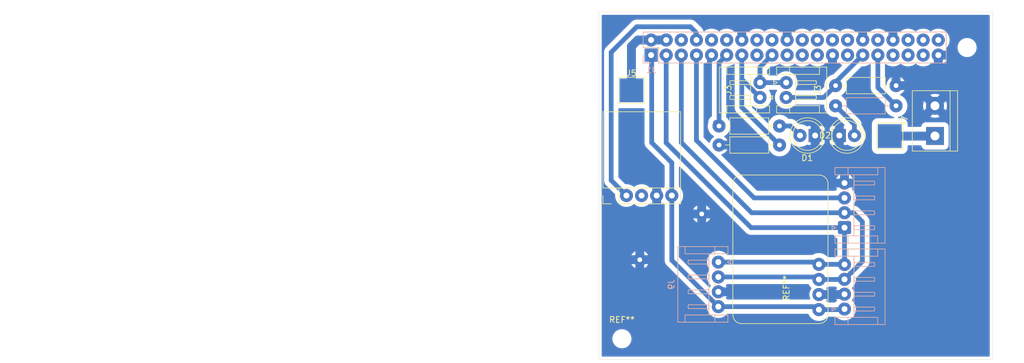
<source format=kicad_pcb>
(kicad_pcb (version 20240108) (generator "pcbnew") (generator_version "8.0")
  (layers (0 "F.Cu" signal) (31 "B.Cu" signal) (34 "B.Paste" user) (35 "F.Paste" user) (36 "B.SilkS" user "B.Silkscreen") (37 "F.SilkS" user "F.Silkscreen") (38 "B.Mask" user) (39 "F.Mask" user) (44 "Edge.Cuts" user))
  (net 0 "")
  (net 1 "GPIO13")
  (net 2 "Net-(D1-A)")
  (net 4 "Net-(D2-A)")
  (net 5 "+3.3V")
  (net 6 "TX")
  (net 7 "RX")
  (net 8 "GND")
  (net 11 "GPIO6")
  (net 15 "GPIO27")
  (net 18 "GPIO17")
  (net 19 "+5V")
  (net 21 "SDA")
  (net 26 "SCL")
  (net 31 "GPIO4")
  (net 33 "Net-(J5-Pin_1)")
  (net 34 "GPIO5")
  (footprint "Library_komsos:MountingHole_2.2mm_M2" (layer "F.Cu") (at 149.5 102)
    (property "Reference" "REF**" (at 0 -3.2 0) (layer "F.SilkS"))
    (property "Value" "MountingHole_2.2mm_M2")
    (pad "" np_thru_hole circle (at 0 0) (size 2.2 2.2) (drill 2.2) (layers "F&B.Cu" "*.Mask") (clearance 0.5))
  )
  (footprint "Library_komsos:JST_EH_S2B-EH_1x02_P2.50mm_Horizontal_kosmos" (layer "F.Cu") (at 172.7 61.4 90)
    (property "Reference" "J3" (at 1.25 -5.3025 90) (layer "F.SilkS"))
    (property "Value" "ILS 1")
    (fp_line (start 5.11 -6.81) (end 5.11 1.61) (stroke (width 0.12)) (layer "F.SilkS"))
    (fp_line (start -2.61 -6.81) (end 5.11 -6.81) (stroke (width 0.12)) (layer "F.SilkS"))
    (fp_line (start 5.11 -5.59) (end 3.89 -5.59) (stroke (width 0.12)) (layer "F.SilkS"))
    (fp_line (start 3.89 -5.59) (end 3.89 -0.59) (stroke (width 0.12)) (layer "F.SilkS"))
    (fp_line (start -1.39 -5.59) (end -1.39 -0.59) (stroke (width 0.12)) (layer "F.SilkS"))
    (fp_line (start -2.61 -5.59) (end -1.39 -5.59) (stroke (width 0.12)) (layer "F.SilkS"))
    (fp_line (start 2.5 -5.09) (end 2.82 -5.01) (stroke (width 0.12)) (layer "F.SilkS"))
    (fp_line (start 0 -5.09) (end 0.32 -5.01) (stroke (width 0.12)) (layer "F.SilkS"))
    (fp_line (start 2.82 -5.01) (end 2.82 -1.59) (stroke (width 0.12)) (layer "F.SilkS"))
    (fp_line (start 2.18 -5.01) (end 2.5 -5.09) (stroke (width 0.12)) (layer "F.SilkS"))
    (fp_line (start 0.32 -5.01) (end 0.32 -1.59) (stroke (width 0.12)) (layer "F.SilkS"))
    (fp_line (start -0.32 -5.01) (end 0 -5.09) (stroke (width 0.12)) (layer "F.SilkS"))
    (fp_line (start 2.82 -1.59) (end 2.5 -1.59) (stroke (width 0.12)) (layer "F.SilkS"))
    (fp_line (start 2.5 -1.59) (end 2.18 -1.59) (stroke (width 0.12)) (layer "F.SilkS"))
    (fp_line (start 2.18 -1.59) (end 2.18 -5.01) (stroke (width 0.12)) (layer "F.SilkS"))
    (fp_line (start 0.32 -1.59) (end 0 -1.59) (stroke (width 0.12)) (layer "F.SilkS"))
    (fp_line (start 0 -1.59) (end -0.32 -1.59) (stroke (width 0.12)) (layer "F.SilkS"))
    (fp_line (start -0.32 -1.59) (end -0.32 -5.01) (stroke (width 0.12)) (layer "F.SilkS"))
    (fp_line (start -1.39 -1.59) (end 3.89 -1.59) (stroke (width 0.12)) (layer "F.SilkS"))
    (fp_line (start 3.89 -0.59) (end 5.11 -0.59) (stroke (width 0.12)) (layer "F.SilkS"))
    (fp_line (start 1.17 -0.59) (end 1.33 -0.59) (stroke (width 0.12)) (layer "F.SilkS"))
    (fp_line (start -1.39 -0.59) (end -2.61 -0.59) (stroke (width 0.12)) (layer "F.SilkS"))
    (fp_line (start -1.39 -0.59) (end -1.39 1.61) (stroke (width 0.12)) (layer "F.SilkS"))
    (fp_line (start 0 1.5) (end -0.3 2.1) (stroke (width 0.12)) (layer "F.SilkS"))
    (fp_line (start 5.11 1.61) (end 3.89 1.61) (stroke (width 0.12)) (layer "F.SilkS"))
    (fp_line (start 3.89 1.61) (end 3.89 -0.59) (stroke (width 0.12)) (layer "F.SilkS"))
    (fp_line (start -1.39 1.61) (end -2.61 1.61) (stroke (width 0.12)) (layer "F.SilkS"))
    (fp_line (start -2.61 1.61) (end -2.61 -6.81) (stroke (width 0.12)) (layer "F.SilkS"))
    (fp_line (start 0.3 2.1) (end 0 1.5) (stroke (width 0.12)) (layer "F.SilkS"))
    (fp_line (start -0.3 2.1) (end 0.3 2.1) (stroke (width 0.12)) (layer "F.SilkS"))
    (pad "1" thru_hole circle (at 0 0 90) (size 2.2 2.2) (drill 1) (layers "*.Cu" "*.Mask") (net 15 "GPIO27"))
    (pad "2" thru_hole oval (at 2.5 0 90) (size 2.2 2.2) (drill 1) (layers "*.Cu" "*.Mask") (net 5 "+3.3V"))
  )
  (footprint "Library_komsos:TestPoint_Pad_4.0x4.0mm_KOSMOS" (layer "F.Cu") (at 151.1 60.2)
    (property "Reference" "J5" (at 0 -2.898 0) (layer "F.SilkS"))
    (property "Value" "Conn_01x01_Socket_Solder_Pad" (hide yes))
    (fp_line (start -2.2 -2.2) (end 2.2 -2.2) (stroke (width 0.12)) (layer "F.SilkS"))
    (fp_line (start -2.2 2.2) (end -2.2 -2.2) (stroke (width 0.12)) (layer "F.SilkS"))
    (fp_line (start 2.2 -2.2) (end 2.2 2.2) (stroke (width 0.12)) (layer "F.SilkS"))
    (fp_line (start 2.2 2.2) (end -2.2 2.2) (stroke (width 0.12)) (layer "F.SilkS"))
    (pad "1" smd rect (at 0 0) (size 4 4) (layers "B.Cu" "B.Mask") (net 33 "Net-(J5-Pin_1)") (clearance 1))
  )
  (footprint "Library_komsos:JST_EH_S2B-EH_1x02_P2.50mm_Horizontal_kosmos" (layer "F.Cu") (at 177.1 58.9 -90)
    (property "Reference" "J3" (at 1.25 -5.3025 90) (layer "F.SilkS"))
    (property "Value" "ILS 1")
    (fp_line (start -0.3 2.1) (end 0.3 2.1) (stroke (width 0.12)) (layer "F.SilkS"))
    (fp_line (start 0.3 2.1) (end 0 1.5) (stroke (width 0.12)) (layer "F.SilkS"))
    (fp_line (start -2.61 1.61) (end -2.61 -6.81) (stroke (width 0.12)) (layer "F.SilkS"))
    (fp_line (start -1.39 1.61) (end -2.61 1.61) (stroke (width 0.12)) (layer "F.SilkS"))
    (fp_line (start 3.89 1.61) (end 3.89 -0.59) (stroke (width 0.12)) (layer "F.SilkS"))
    (fp_line (start 5.11 1.61) (end 3.89 1.61) (stroke (width 0.12)) (layer "F.SilkS"))
    (fp_line (start 0 1.5) (end -0.3 2.1) (stroke (width 0.12)) (layer "F.SilkS"))
    (fp_line (start -1.39 -0.59) (end -1.39 1.61) (stroke (width 0.12)) (layer "F.SilkS"))
    (fp_line (start -1.39 -0.59) (end -2.61 -0.59) (stroke (width 0.12)) (layer "F.SilkS"))
    (fp_line (start 1.17 -0.59) (end 1.33 -0.59) (stroke (width 0.12)) (layer "F.SilkS"))
    (fp_line (start 3.89 -0.59) (end 5.11 -0.59) (stroke (width 0.12)) (layer "F.SilkS"))
    (fp_line (start -1.39 -1.59) (end 3.89 -1.59) (stroke (width 0.12)) (layer "F.SilkS"))
    (fp_line (start -0.32 -1.59) (end -0.32 -5.01) (stroke (width 0.12)) (layer "F.SilkS"))
    (fp_line (start 0 -1.59) (end -0.32 -1.59) (stroke (width 0.12)) (layer "F.SilkS"))
    (fp_line (start 0.32 -1.59) (end 0 -1.59) (stroke (width 0.12)) (layer "F.SilkS"))
    (fp_line (start 2.18 -1.59) (end 2.18 -5.01) (stroke (width 0.12)) (layer "F.SilkS"))
    (fp_line (start 2.5 -1.59) (end 2.18 -1.59) (stroke (width 0.12)) (layer "F.SilkS"))
    (fp_line (start 2.82 -1.59) (end 2.5 -1.59) (stroke (width 0.12)) (layer "F.SilkS"))
    (fp_line (start -0.32 -5.01) (end 0 -5.09) (stroke (width 0.12)) (layer "F.SilkS"))
    (fp_line (start 0.32 -5.01) (end 0.32 -1.59) (stroke (width 0.12)) (layer "F.SilkS"))
    (fp_line (start 2.18 -5.01) (end 2.5 -5.09) (stroke (width 0.12)) (layer "F.SilkS"))
    (fp_line (start 2.82 -5.01) (end 2.82 -1.59) (stroke (width 0.12)) (layer "F.SilkS"))
    (fp_line (start 0 -5.09) (end 0.32 -5.01) (stroke (width 0.12)) (layer "F.SilkS"))
    (fp_line (start 2.5 -5.09) (end 2.82 -5.01) (stroke (width 0.12)) (layer "F.SilkS"))
    (fp_line (start -2.61 -5.59) (end -1.39 -5.59) (stroke (width 0.12)) (layer "F.SilkS"))
    (fp_line (start -1.39 -5.59) (end -1.39 -0.59) (stroke (width 0.12)) (layer "F.SilkS"))
    (fp_line (start 3.89 -5.59) (end 3.89 -0.59) (stroke (width 0.12)) (layer "F.SilkS"))
    (fp_line (start 5.11 -5.59) (end 3.89 -5.59) (stroke (width 0.12)) (layer "F.SilkS"))
    (fp_line (start -2.61 -6.81) (end 5.11 -6.81) (stroke (width 0.12)) (layer "F.SilkS"))
    (fp_line (start 5.11 -6.81) (end 5.11 1.61) (stroke (width 0.12)) (layer "F.SilkS"))
    (pad "1" thru_hole circle (at 0 0 270) (size 2.2 2.2) (drill 1) (layers "*.Cu" "*.Mask") (net 5 "+3.3V"))
    (pad "2" thru_hole oval (at 2.5 0 270) (size 2.2 2.2) (drill 1) (layers "*.Cu" "*.Mask") (net 34 "GPIO5"))
  )
  (footprint "" (layer "F.Cu") (at 152.5 88.7)
    (property "Reference" "" (at 0 0 0) (layer "F.SilkS") (effects (font (size 1.27 1.27))))
    (property "Value" "")
    (pad "2" thru_hole oval (at 0 0 180) (size 2.2 2.2) (drill 0.8) (layers "*.Cu" "*.Mask") (net 8 "GND"))
  )
  (footprint "Library_komsos:TerminalBlock_bornier-2_P5.08mm_v3mm" (layer "F.Cu") (at 202.1 67.88 90)
    (property "Reference" "J7" (at 2.54 -5.08 90) (layer "F.SilkS"))
    (property "Value" "Alim_Principale")
    (fp_line (start 7.62 -3.81) (end -2.54 -3.81) (stroke (width 0.12)) (layer "F.SilkS"))
    (fp_line (start -2.54 -3.81) (end -2.54 3.81) (stroke (width 0.12)) (layer "F.SilkS"))
    (fp_line (start 7.62 2.54) (end -2.54 2.54) (stroke (width 0.12)) (layer "F.SilkS"))
    (fp_line (start 7.62 3.81) (end 7.62 -3.81) (stroke (width 0.12)) (layer "F.SilkS"))
    (fp_line (start -2.54 3.81) (end 7.62 3.81) (stroke (width 0.12)) (layer "F.SilkS"))
    (pad "1" thru_hole rect (at 0 0 90) (size 3 3) (drill 1.5) (layers "*.Cu" "*.Mask") (net 19 "+5V"))
    (pad "2" thru_hole circle (at 5.08 0 90) (size 3 3) (drill 1.5) (layers "*.Cu" "*.Mask") (net 8 "GND"))
  )
  (footprint "Library_komsos:GPS_BDS_BeiDou_Dual_Module_v2.2mm" (layer "F.Cu") (at 147.72 77.9 90)
    (property "Reference" "IC1" (hide yes))
    (property "Value" "Module_GPS")
    (fp_line (start 14.1 -1.4) (end 1.27 -1.4) (stroke (width 0.12)) (layer "F.SilkS"))
    (fp_line (start 1.27 -1.4) (end 1.27 1.27) (stroke (width 0.12)) (layer "F.SilkS"))
    (fp_line (start 0 -1.4) (end -1.4 -1.4) (stroke (width 0.12)) (layer "F.SilkS"))
    (fp_line (start -1.4 -1.4) (end -1.4 0) (stroke (width 0.12)) (layer "F.SilkS"))
    (fp_line (start 1.27 1.27) (end -1.4 1.27) (stroke (width 0.12)) (layer "F.SilkS"))
    (fp_line (start 1.27 1.27) (end 1.27 11.63) (stroke (width 0.12)) (layer "F.SilkS"))
    (fp_line (start -1.4 1.27) (end -1.4 11.63) (stroke (width 0.12)) (layer "F.SilkS"))
    (fp_line (start 14.1 11.63) (end 14.1 -1.4) (stroke (width 0.12)) (layer "F.SilkS"))
    (fp_line (start -1.4 11.63) (end 14.1 11.63) (stroke (width 0.12)) (layer "F.SilkS"))
    (pad "2" thru_hole oval (at 0 2.54 90) (size 2.2 2.2) (drill 1) (layers "*.Cu" "*.Mask") (net 6 "TX"))
    (pad "3" thru_hole oval (at 0 5.08 90) (size 2.2 2.2) (drill 1) (layers "*.Cu" "*.Mask") (net 7 "RX"))
    (pad "4" thru_hole oval (at 0 7.62 90) (size 2.2 2.2) (drill 1) (layers "*.Cu" "*.Mask") (net 8 "GND"))
    (pad "5" thru_hole oval (at 0 10.16 90) (size 2.2 2.2) (drill 1) (layers "*.Cu" "*.Mask") (net 5 "+3.3V"))
  )
  (footprint "Sensor:SEN0419" (layer "F.Cu") (at 170.633 96.948 90)
    (property "Reference" "REF**" (at 3.5 6.5 90) (layer "F.SilkS"))
    (property "Value" "SEN0419")
    (fp_line (start 21 -2.5) (end -1 -2.5) (stroke (width 0.12)) (layer "F.SilkS"))
    (fp_line (start 22.499998 -1.000002) (end 22.499998 11.999998) (stroke (width 0.12)) (layer "F.SilkS"))
    (fp_line (start -2.5 12) (end -2.5 -1) (stroke (width 0.12)) (layer "F.SilkS"))
    (fp_line (start -1.000002 13.499998) (end 20.999998 13.499998) (stroke (width 0.12)) (layer "F.SilkS"))
    (fp_arc (start 21 -2.5) (mid 22.060659 -2.060661) (end 22.499998 -1.000002) (stroke (width 0.12)) (layer "F.SilkS"))
    (fp_arc (start -2.5 -1) (mid -2.060661 -2.060659) (end -1.000002 -2.499998) (stroke (width 0.12)) (layer "F.SilkS"))
    (fp_arc (start 22.499998 11.999998) (mid 22.060659 13.060658) (end 21 13.499996) (stroke (width 0.12)) (layer "F.SilkS"))
    (fp_arc (start -1.000002 13.499998) (mid -2.060661 13.060659) (end -2.5 12) (stroke (width 0.12)) (layer "F.SilkS"))
    (pad "1" thru_hole oval (at -0.152 11.967 90) (size 2.2 2.2) (drill 1) (layers "*.Cu" "*.Mask") (net 5 "+3.3V"))
    (pad "2" thru_hole circle (at 2.388 11.967 90) (size 2.2 2.2) (drill 1) (layers "*.Cu" "*.Mask") (net 8 "GND"))
    (pad "3" thru_hole circle (at 4.928 11.967 90) (size 2.2 2.2) (drill 1) (layers "*.Cu" "*.Mask") (net 26 "SCL"))
    (pad "4" thru_hole circle (at 7.468 11.967 90) (size 2.2 2.2) (drill 1) (layers "*.Cu" "*.Mask") (net 21 "SDA"))
  )
  (footprint "Library_komsos:LED_D5.0mm_v2.2mm" (layer "F.Cu") (at 181.965 67.8 180)
    (property "Reference" "D1" (at 1.34 -3.775 0) (layer "F.SilkS"))
    (property "Value" "LED_verte")
    (fp_line (start -1.29 -1.545) (end -1.29 1.545) (stroke (width 0.12)) (layer "F.SilkS"))
    (fp_arc (start 4.26 -0.000462) (mid 2.072002 2.880433) (end -1.29 1.54483) (stroke (width 0.12)) (layer "F.SilkS"))
    (fp_arc (start -1.29 -1.54483) (mid 2.072002 -2.880433) (end 4.26 0.000462) (stroke (width 0.12)) (layer "F.SilkS"))
    (fp_circle (center 1.27 0) (end 3.77 0) (stroke (width 0.12)) (fill none) (layer "F.SilkS"))
    (pad "1" thru_hole rect (at 0 0 180) (size 2.2 2.2) (drill 1) (layers "*.Cu" "*.Mask") (net 8 "GND"))
    (pad "2" thru_hole circle (at 2.54 0 180) (size 2.2 2.2) (drill 1) (layers "*.Cu" "*.Mask") (net 2 "Net-(D1-A)"))
  )
  (footprint "Library_komsos:MountingHole_2.2mm_M2" (layer "F.Cu") (at 207.5 53)
    (property "Reference" "REF**" (hide yes))
    (property "Value" "MountingHole_2.2mm_M2")
    (pad "" np_thru_hole circle (at 0 0) (size 2.2 2.2) (drill 2.2) (layers "F&B.Cu" "*.Mask") (clearance 0.5))
  )
  (footprint "Library_komsos:LED_D5.0mm_v2.2mm" (layer "F.Cu") (at 186.025 67.8)
    (property "Reference" "D2" (at -2.4 -0.025 0) (layer "F.SilkS"))
    (property "Value" "LED_rouge")
    (fp_line (start -1.29 -1.545) (end -1.29 1.545) (stroke (width 0.12)) (layer "F.SilkS"))
    (fp_arc (start -1.29 -1.54483) (mid 2.072002 -2.880433) (end 4.26 0.000462) (stroke (width 0.12)) (layer "F.SilkS"))
    (fp_arc (start 4.26 -0.000462) (mid 2.072002 2.880433) (end -1.29 1.54483) (stroke (width 0.12)) (layer "F.SilkS"))
    (fp_circle (center 1.27 0) (end 3.77 0) (stroke (width 0.12)) (fill none) (layer "F.SilkS"))
    (pad "1" thru_hole rect (at 0 0) (size 2.2 2.2) (drill 1) (layers "*.Cu" "*.Mask") (net 8 "GND"))
    (pad "2" thru_hole circle (at 2.54 0) (size 2.2 2.2) (drill 1) (layers "*.Cu" "*.Mask") (net 4 "Net-(D2-A)"))
  )
  (footprint "Library_komsos:TestPoint_Pad_4.0x4.0mm_KOSMOS" (layer "F.Cu") (at 194.5 67.9)
    (property "Reference" "J6" (hide yes))
    (property "Value" "Conn_01x01_Socket_Solder_Pad" (hide yes))
    (fp_line (start -2.2 -2.2) (end 2.2 -2.2) (stroke (width 0.12)) (layer "F.SilkS"))
    (fp_line (start -2.2 2.2) (end -2.2 -2.2) (stroke (width 0.12)) (layer "F.SilkS"))
    (fp_line (start 2.2 -2.2) (end 2.2 2.2) (stroke (width 0.12)) (layer "F.SilkS"))
    (fp_line (start 2.2 2.2) (end -2.2 2.2) (stroke (width 0.12)) (layer "F.SilkS"))
    (pad "1" smd rect (at 0 0) (size 4 4) (layers "B.Cu" "B.Mask") (net 19 "+5V") (clearance 1))
  )
  (footprint "Library_komsos:R_Axial_DIN0207_L6.3mm_D2.5mm_P10.16mm_Horizontal_v2.2mm" (layer "F.Cu") (at 185.4 59.4)
    (property "Reference" "R4" (hide yes))
    (property "Value" "10k")
    (fp_line (start 1.04 0) (end 1.81 0) (stroke (width 0.12)) (layer "F.SilkS"))
    (fp_line (start 1.81 -1.37) (end 1.81 1.37) (stroke (width 0.12)) (layer "F.SilkS"))
    (fp_line (start 1.81 1.37) (end 8.35 1.37) (stroke (width 0.12)) (layer "F.SilkS"))
    (fp_line (start 8.35 -1.37) (end 1.81 -1.37) (stroke (width 0.12)) (layer "F.SilkS"))
    (fp_line (start 8.35 1.37) (end 8.35 -1.37) (stroke (width 0.12)) (layer "F.SilkS"))
    (fp_line (start 9.12 0) (end 8.35 0) (stroke (width 0.12)) (layer "F.SilkS"))
    (pad "1" thru_hole oval (at 0 0) (size 2.2 2.2) (drill 0.8) (layers "*.Cu" "*.Mask") (net 34 "GPIO5"))
    (pad "2" thru_hole oval (at 10.16 0) (size 2.2 2.2) (drill 0.8) (layers "*.Cu" "*.Mask") (net 8 "GND"))
  )
  (footprint "" (layer "F.Cu") (at 162.9 81)
    (property "Reference" "" (at 0 0 0) (layer "F.SilkS") (effects (font (size 1.27 1.27))))
    (property "Value" "")
    (pad "2" thru_hole oval (at 0 0 180) (size 2.2 2.2) (drill 0.8) (layers "*.Cu" "*.Mask") (net 8 "GND"))
  )
  (footprint "Library_komsos:R_Axial_DIN0207_L6.3mm_D2.5mm_P10.16mm_Horizontal_v2.2mm" (layer "F.Cu") (at 175.98 69.4 180)
    (property "Reference" "R3" (hide yes))
    (property "Value" "10k")
    (fp_line (start 9.12 0) (end 8.35 0) (stroke (width 0.12)) (layer "F.SilkS"))
    (fp_line (start 8.35 1.37) (end 8.35 -1.37) (stroke (width 0.12)) (layer "F.SilkS"))
    (fp_line (start 8.35 -1.37) (end 1.81 -1.37) (stroke (width 0.12)) (layer "F.SilkS"))
    (fp_line (start 1.81 1.37) (end 8.35 1.37) (stroke (width 0.12)) (layer "F.SilkS"))
    (fp_line (start 1.81 -1.37) (end 1.81 1.37) (stroke (width 0.12)) (layer "F.SilkS"))
    (fp_line (start 1.04 0) (end 1.81 0) (stroke (width 0.12)) (layer "F.SilkS"))
    (pad "1" thru_hole oval (at 0 0 180) (size 2.2 2.2) (drill 0.8) (layers "*.Cu" "*.Mask") (net 15 "GPIO27"))
    (pad "2" thru_hole oval (at 10.16 0 180) (size 2.2 2.2) (drill 0.8) (layers "*.Cu" "*.Mask") (net 8 "GND"))
  )
  (footprint "Library_komsos:R_Axial_DIN0207_L6.3mm_D2.5mm_P10.16mm_Horizontal_v2.2mm" (layer "F.Cu") (at 165.82 66.2)
    (property "Reference" "R1" (hide yes))
    (property "Value" "260")
    (fp_line (start 1.04 0) (end 1.81 0) (stroke (width 0.12)) (layer "F.SilkS"))
    (fp_line (start 1.81 -1.37) (end 1.81 1.37) (stroke (width 0.12)) (layer "F.SilkS"))
    (fp_line (start 1.81 1.37) (end 8.35 1.37) (stroke (width 0.12)) (layer "F.SilkS"))
    (fp_line (start 8.35 -1.37) (end 1.81 -1.37) (stroke (width 0.12)) (layer "F.SilkS"))
    (fp_line (start 8.35 1.37) (end 8.35 -1.37) (stroke (width 0.12)) (layer "F.SilkS"))
    (fp_line (start 9.12 0) (end 8.35 0) (stroke (width 0.12)) (layer "F.SilkS"))
    (pad "1" thru_hole oval (at 0 0) (size 2.2 2.2) (drill 0.8) (layers "*.Cu" "*.Mask") (net 18 "GPIO17"))
    (pad "2" thru_hole oval (at 10.16 0) (size 2.2 2.2) (drill 0.8) (layers "*.Cu" "*.Mask") (net 2 "Net-(D1-A)"))
  )
  (footprint "Library_komsos:JST_EH_S4B-EH_1x04_P2.50mm_Horizontal_kosmos" (layer "B.Cu") (at 165.7 89.1 -90)
    (property "Reference" "J9" (at 3.75 7.9 90) (layer "B.SilkS") (effects (justify mirror)))
    (property "Value" "Capteur_Lux")
    (fp_line (start -2.61 6.81) (end -2.61 -1.61) (stroke (width 0.12)) (layer "B.SilkS"))
    (fp_line (start 10.11 6.81) (end -2.61 6.81) (stroke (width 0.12)) (layer "B.SilkS"))
    (fp_line (start -1.39 5.59) (end -2.61 5.59) (stroke (width 0.12)) (layer "B.SilkS"))
    (fp_line (start 8.89 5.59) (end 10.11 5.59) (stroke (width 0.12)) (layer "B.SilkS"))
    (fp_line (start 0 5.09) (end -0.32 5.01) (stroke (width 0.12)) (layer "B.SilkS"))
    (fp_line (start 2.5 5.09) (end 2.18 5.01) (stroke (width 0.12)) (layer "B.SilkS"))
    (fp_line (start 5 5.09) (end 4.68 5.01) (stroke (width 0.12)) (layer "B.SilkS"))
    (fp_line (start 7.5 5.09) (end 7.18 5.01) (stroke (width 0.12)) (layer "B.SilkS"))
    (fp_line (start -0.32 5.01) (end -0.32 1.59) (stroke (width 0.12)) (layer "B.SilkS"))
    (fp_line (start 0.32 5.01) (end 0 5.09) (stroke (width 0.12)) (layer "B.SilkS"))
    (fp_line (start 2.18 5.01) (end 2.18 1.59) (stroke (width 0.12)) (layer "B.SilkS"))
    (fp_line (start 2.82 5.01) (end 2.5 5.09) (stroke (width 0.12)) (layer "B.SilkS"))
    (fp_line (start 4.68 5.01) (end 4.68 1.59) (stroke (width 0.12)) (layer "B.SilkS"))
    (fp_line (start 5.32 5.01) (end 5 5.09) (stroke (width 0.12)) (layer "B.SilkS"))
    (fp_line (start 7.18 5.01) (end 7.18 1.59) (stroke (width 0.12)) (layer "B.SilkS"))
    (fp_line (start 7.82 5.01) (end 7.5 5.09) (stroke (width 0.12)) (layer "B.SilkS"))
    (fp_line (start -0.32 1.59) (end 0 1.59) (stroke (width 0.12)) (layer "B.SilkS"))
    (fp_line (start 0 1.59) (end 0.32 1.59) (stroke (width 0.12)) (layer "B.SilkS"))
    (fp_line (start 0.32 1.59) (end 0.32 5.01) (stroke (width 0.12)) (layer "B.SilkS"))
    (fp_line (start 2.18 1.59) (end 2.5 1.59) (stroke (width 0.12)) (layer "B.SilkS"))
    (fp_line (start 2.5 1.59) (end 2.82 1.59) (stroke (width 0.12)) (layer "B.SilkS"))
    (fp_line (start 2.82 1.59) (end 2.82 5.01) (stroke (width 0.12)) (layer "B.SilkS"))
    (fp_line (start 4.68 1.59) (end 5 1.59) (stroke (width 0.12)) (layer "B.SilkS"))
    (fp_line (start 5 1.59) (end 5.32 1.59) (stroke (width 0.12)) (layer "B.SilkS"))
    (fp_line (start 5.32 1.59) (end 5.32 5.01) (stroke (width 0.12)) (layer "B.SilkS"))
    (fp_line (start 7.18 1.59) (end 7.5 1.59) (stroke (width 0.12)) (layer "B.SilkS"))
    (fp_line (start 7.5 1.59) (end 7.82 1.59) (stroke (width 0.12)) (layer "B.SilkS"))
    (fp_line (start 7.82 1.59) (end 7.82 5.01) (stroke (width 0.12)) (layer "B.SilkS"))
    (fp_line (start 8.89 1.59) (end -1.39 1.59) (stroke (width 0.12)) (layer "B.SilkS"))
    (fp_line (start -2.61 0.59) (end -1.39 0.59) (stroke (width 0.12)) (layer "B.SilkS"))
    (fp_line (start -1.39 0.59) (end -1.39 5.59) (stroke (width 0.12)) (layer "B.SilkS"))
    (fp_line (start 1.33 0.59) (end 1.17 0.59) (stroke (width 0.12)) (layer "B.SilkS"))
    (fp_line (start 3.83 0.59) (end 3.67 0.59) (stroke (width 0.12)) (layer "B.SilkS"))
    (fp_line (start 6.33 0.59) (end 6.17 0.59) (stroke (width 0.12)) (layer "B.SilkS"))
    (fp_line (start 8.89 0.59) (end 8.89 5.59) (stroke (width 0.12)) (layer "B.SilkS"))
    (fp_line (start 8.89 0.59) (end 8.89 -1.61) (stroke (width 0.12)) (layer "B.SilkS"))
    (fp_line (start 10.11 0.59) (end 8.89 0.59) (stroke (width 0.12)) (layer "B.SilkS"))
    (fp_line (start 0 -1.5) (end 0.3 -2.1) (stroke (width 0.12)) (layer "B.SilkS"))
    (fp_line (start -2.61 -1.61) (end -1.39 -1.61) (stroke (width 0.12)) (layer "B.SilkS"))
    (fp_line (start -1.39 -1.61) (end -1.39 0.59) (stroke (width 0.12)) (layer "B.SilkS"))
    (fp_line (start 8.89 -1.61) (end 10.11 -1.61) (stroke (width 0.12)) (layer "B.SilkS"))
    (fp_line (start 10.11 -1.61) (end 10.11 6.81) (stroke (width 0.12)) (layer "B.SilkS"))
    (fp_line (start -0.3 -2.1) (end 0 -1.5) (stroke (width 0.12)) (layer "B.SilkS"))
    (fp_line (start 0.3 -2.1) (end -0.3 -2.1) (stroke (width 0.12)) (layer "B.SilkS"))
    (pad "1" thru_hole circle (at 0 0 270) (size 2.2 2.2) (drill 1) (layers "*.Cu" "*.Mask") (net 21 "SDA"))
    (pad "2" thru_hole oval (at 2.5 0 270) (size 2.2 2.2) (drill 1) (layers "*.Cu" "*.Mask") (net 26 "SCL"))
    (pad "3" thru_hole oval (at 5 0 270) (size 2.2 2.2) (drill 1) (layers "*.Cu" "*.Mask") (net 8 "GND"))
    (pad "4" thru_hole circle (at 7.5 0 270) (size 2.2 2.2) (drill 1) (layers "*.Cu" "*.Mask") (net 5 "+3.3V"))
  )
  (footprint "Library_komsos:JST_EH_S4B-EH_1x04_P2.50mm_Horizontal_kosmos" (layer "B.Cu") (at 186.9 83.3 90)
    (property "Reference" "J2" (hide yes))
    (property "Value" "Arduino_Motor")
    (fp_line (start 0.3 -2.1) (end -0.3 -2.1) (stroke (width 0.12)) (layer "B.SilkS"))
    (fp_line (start -0.3 -2.1) (end 0 -1.5) (stroke (width 0.12)) (layer "B.SilkS"))
    (fp_line (start 10.11 -1.61) (end 10.11 6.81) (stroke (width 0.12)) (layer "B.SilkS"))
    (fp_line (start 8.89 -1.61) (end 10.11 -1.61) (stroke (width 0.12)) (layer "B.SilkS"))
    (fp_line (start -1.39 -1.61) (end -1.39 0.59) (stroke (width 0.12)) (layer "B.SilkS"))
    (fp_line (start -2.61 -1.61) (end -1.39 -1.61) (stroke (width 0.12)) (layer "B.SilkS"))
    (fp_line (start 0 -1.5) (end 0.3 -2.1) (stroke (width 0.12)) (layer "B.SilkS"))
    (fp_line (start 10.11 0.59) (end 8.89 0.59) (stroke (width 0.12)) (layer "B.SilkS"))
    (fp_line (start 8.89 0.59) (end 8.89 -1.61) (stroke (width 0.12)) (layer "B.SilkS"))
    (fp_line (start 8.89 0.59) (end 8.89 5.59) (stroke (width 0.12)) (layer "B.SilkS"))
    (fp_line (start 6.33 0.59) (end 6.17 0.59) (stroke (width 0.12)) (layer "B.SilkS"))
    (fp_line (start 3.83 0.59) (end 3.67 0.59) (stroke (width 0.12)) (layer "B.SilkS"))
    (fp_line (start 1.33 0.59) (end 1.17 0.59) (stroke (width 0.12)) (layer "B.SilkS"))
    (fp_line (start -1.39 0.59) (end -1.39 5.59) (stroke (width 0.12)) (layer "B.SilkS"))
    (fp_line (start -2.61 0.59) (end -1.39 0.59) (stroke (width 0.12)) (layer "B.SilkS"))
    (fp_line (start 8.89 1.59) (end -1.39 1.59) (stroke (width 0.12)) (layer "B.SilkS"))
    (fp_line (start 7.82 1.59) (end 7.82 5.01) (stroke (width 0.12)) (layer "B.SilkS"))
    (fp_line (start 7.5 1.59) (end 7.82 1.59) (stroke (width 0.12)) (layer "B.SilkS"))
    (fp_line (start 7.18 1.59) (end 7.5 1.59) (stroke (width 0.12)) (layer "B.SilkS"))
    (fp_line (start 5.32 1.59) (end 5.32 5.01) (stroke (width 0.12)) (layer "B.SilkS"))
    (fp_line (start 5 1.59) (end 5.32 1.59) (stroke (width 0.12)) (layer "B.SilkS"))
    (fp_line (start 4.68 1.59) (end 5 1.59) (stroke (width 0.12)) (layer "B.SilkS"))
    (fp_line (start 2.82 1.59) (end 2.82 5.01) (stroke (width 0.12)) (layer "B.SilkS"))
    (fp_line (start 2.5 1.59) (end 2.82 1.59) (stroke (width 0.12)) (layer "B.SilkS"))
    (fp_line (start 2.18 1.59) (end 2.5 1.59) (stroke (width 0.12)) (layer "B.SilkS"))
    (fp_line (start 0.32 1.59) (end 0.32 5.01) (stroke (width 0.12)) (layer "B.SilkS"))
    (fp_line (start 0 1.59) (end 0.32 1.59) (stroke (width 0.12)) (layer "B.SilkS"))
    (fp_line (start -0.32 1.59) (end 0 1.59) (stroke (width 0.12)) (layer "B.SilkS"))
    (fp_line (start 7.82 5.01) (end 7.5 5.09) (stroke (width 0.12)) (layer "B.SilkS"))
    (fp_line (start 7.18 5.01) (end 7.18 1.59) (stroke (width 0.12)) (layer "B.SilkS"))
    (fp_line (start 5.32 5.01) (end 5 5.09) (stroke (width 0.12)) (layer "B.SilkS"))
    (fp_line (start 4.68 5.01) (end 4.68 1.59) (stroke (width 0.12)) (layer "B.SilkS"))
    (fp_line (start 2.82 5.01) (end 2.5 5.09) (stroke (width 0.12)) (layer "B.SilkS"))
    (fp_line (start 2.18 5.01) (end 2.18 1.59) (stroke (width 0.12)) (layer "B.SilkS"))
    (fp_line (start 0.32 5.01) (end 0 5.09) (stroke (width 0.12)) (layer "B.SilkS"))
    (fp_line (start -0.32 5.01) (end -0.32 1.59) (stroke (width 0.12)) (layer "B.SilkS"))
    (fp_line (start 7.5 5.09) (end 7.18 5.01) (stroke (width 0.12)) (layer "B.SilkS"))
    (fp_line (start 5 5.09) (end 4.68 5.01) (stroke (width 0.12)) (layer "B.SilkS"))
    (fp_line (start 2.5 5.09) (end 2.18 5.01) (stroke (width 0.12)) (layer "B.SilkS"))
    (fp_line (start 0 5.09) (end -0.32 5.01) (stroke (width 0.12)) (layer "B.SilkS"))
    (fp_line (start 8.89 5.59) (end 10.11 5.59) (stroke (width 0.12)) (layer "B.SilkS"))
    (fp_line (start -1.39 5.59) (end -2.61 5.59) (stroke (width 0.12)) (layer "B.SilkS"))
    (fp_line (start 10.11 6.81) (end -2.61 6.81) (stroke (width 0.12)) (layer "B.SilkS"))
    (fp_line (start -2.61 6.81) (end -2.61 -1.61) (stroke (width 0.12)) (layer "B.SilkS"))
    (pad "1" thru_hole roundrect (at 0 0 90) (size 2.2 2.2) (drill 1) (layers "*.Cu" "*.Mask") (roundrect_rratio 0.147059) (net 21 "SDA"))
    (pad "2" thru_hole oval (at 2.5 0 90) (size 2.2 2.2) (drill 1) (layers "*.Cu" "*.Mask") (net 26 "SCL"))
    (pad "3" thru_hole oval (at 5 0 90) (size 2.2 2.2) (drill 1) (layers "*.Cu" "*.Mask") (net 31 "GPIO4"))
    (pad "4" thru_hole oval (at 7.5 0 90) (size 2.2 2.2) (drill 1) (layers "*.Cu" "*.Mask") (net 8 "GND"))
  )
  (footprint "Library_komsos:PinSocket_2x20_P2.54mm_Vertical_pad2.2mm" (layer "B.Cu") (at 154.4 54.27 -90)
    (property "Reference" "J1" (at 2.5 0 0) (layer "B.SilkS") (effects (justify mirror)))
    (property "Value" "Raspberry_Pi_2_3")
    (fp_line (start -1.27 1.33) (end -3.87 1.33) (stroke (width 0.12)) (layer "B.SilkS"))
    (fp_line (start 1.33 1.33) (end 0 1.33) (stroke (width 0.12)) (layer "B.SilkS"))
    (fp_line (start 1.33 0) (end 1.33 1.33) (stroke (width 0.12)) (layer "B.SilkS"))
    (fp_line (start -1.27 -1.27) (end -1.27 1.33) (stroke (width 0.12)) (layer "B.SilkS"))
    (fp_line (start 1.33 -1.27) (end -1.27 -1.27) (stroke (width 0.12)) (layer "B.SilkS"))
    (fp_line (start -3.87 -49.59) (end -3.87 1.33) (stroke (width 0.12)) (layer "B.SilkS"))
    (fp_line (start 1.33 -49.59) (end 1.33 -1.27) (stroke (width 0.12)) (layer "B.SilkS"))
    (fp_line (start 1.33 -49.59) (end -3.87 -49.59) (stroke (width 0.12)) (layer "B.SilkS"))
    (pad "1" thru_hole rect (at 0 0 270) (size 2.2 2.2) (drill 1) (layers "*.Cu" "*.Mask") (net 5 "+3.3V"))
    (pad "2" thru_hole oval (at -2.54 0 270) (size 2.2 2.2) (drill 1) (layers "*.Cu" "*.Mask") (net 33 "Net-(J5-Pin_1)"))
    (pad "3" thru_hole oval (at 0 -2.54 270) (size 2.2 2.2) (drill 1) (layers "*.Cu" "*.Mask") (net 21 "SDA"))
    (pad "4" thru_hole oval (at -2.54 -2.54 270) (size 2.2 2.2) (drill 1) (layers "*.Cu" "*.Mask") (net 33 "Net-(J5-Pin_1)"))
    (pad "5" thru_hole oval (at 0 -5.08 270) (size 2.2 2.2) (drill 1) (layers "*.Cu" "*.Mask") (net 26 "SCL"))
    (pad "6" thru_hole oval (at -2.54 -5.08 270) (size 2.2 2.2) (drill 1) (layers "*.Cu" "*.Mask") (net 8 "GND"))
    (pad "7" thru_hole oval (at 0 -7.62 270) (size 2.2 2.2) (drill 1) (layers "*.Cu" "*.Mask") (net 31 "GPIO4"))
    (pad "8" thru_hole oval (at -2.54 -7.62 270) (size 2.2 2.2) (drill 1) (layers "*.Cu" "*.Mask") (net 6 "TX"))
    (pad "9" thru_hole oval (at 0 -10.16 270) (size 2.2 2.2) (drill 1) (layers "*.Cu" "*.Mask") (net 8 "GND"))
    (pad "10" thru_hole oval (at -2.54 -10.16 270) (size 2.2 2.2) (drill 1) (layers "*.Cu" "*.Mask") (net 7 "RX"))
    (pad "11" thru_hole oval (at 0 -12.7 270) (size 2.2 2.2) (drill 1) (layers "*.Cu" "*.Mask") (net 18 "GPIO17"))
    (pad "12" thru_hole oval (at -2.54 -12.7 270) (size 2.2 2.2) (drill 1) (layers "*.Cu" "*.Mask"))
    (pad "13" thru_hole oval (at 0 -15.24 270) (size 2.2 2.2) (drill 1) (layers "*.Cu" "*.Mask") (net 15 "GPIO27"))
    (pad "14" thru_hole oval (at -2.54 -15.24 270) (size 2.2 2.2) (drill 1) (layers "*.Cu" "*.Mask") (net 8 "GND"))
    (pad "15" thru_hole oval (at 0 -17.78 270) (size 2.2 2.2) (drill 1) (layers "*.Cu" "*.Mask"))
    (pad "16" thru_hole oval (at -2.54 -17.78 270) (size 2.2 2.2) (drill 1) (layers "*.Cu" "*.Mask"))
    (pad "17" thru_hole oval (at 0 -20.32 270) (size 2.2 2.2) (drill 1) (layers "*.Cu" "*.Mask") (net 5 "+3.3V"))
    (pad "18" thru_hole oval (at -2.54 -20.32 270) (size 2.2 2.2) (drill 1) (layers "*.Cu" "*.Mask"))
    (pad "19" thru_hole oval (at 0 -22.86 270) (size 2.2 2.2) (drill 1) (layers "*.Cu" "*.Mask"))
    (pad "20" thru_hole oval (at -2.54 -22.86 270) (size 2.2 2.2) (drill 1) (layers "*.Cu" "*.Mask") (net 8 "GND"))
    (pad "21" thru_hole oval (at 0 -25.4 270) (size 2.2 2.2) (drill 1) (layers "*.Cu" "*.Mask"))
    (pad "22" thru_hole oval (at -2.54 -25.4 270) (size 2.2 2.2) (drill 1) (layers "*.Cu" "*.Mask"))
    (pad "23" thru_hole oval (at 0 -27.94 270) (size 2.2 2.2) (drill 1) (layers "*.Cu" "*.Mask"))
    (pad "24" thru_hole oval (at -2.54 -27.94 270) (size 2.2 2.2) (drill 1) (layers "*.Cu" "*.Mask"))
    (pad "25" thru_hole oval (at 0 -30.48 270) (size 2.2 2.2) (drill 1) (layers "*.Cu" "*.Mask") (net 8 "GND"))
    (pad "26" thru_hole oval (at -2.54 -30.48 270) (size 2.2 2.2) (drill 1) (layers "*.Cu" "*.Mask"))
    (pad "27" thru_hole oval (at 0 -33.02 270) (size 2.2 2.2) (drill 1) (layers "*.Cu" "*.Mask"))
    (pad "28" thru_hole oval (at -2.54 -33.02 270) (size 2.2 2.2) (drill 1) (layers "*.Cu" "*.Mask"))
    (pad "29" thru_hole oval (at 0 -35.56 270) (size 2.2 2.2) (drill 1) (layers "*.Cu" "*.Mask") (net 34 "GPIO5"))
    (pad "30" thru_hole oval (at -2.54 -35.56 270) (size 2.2 2.2) (drill 1) (layers "*.Cu" "*.Mask") (net 8 "GND"))
    (pad "31" thru_hole oval (at 0 -38.1 270) (size 2.2 2.2) (drill 1) (layers "*.Cu" "*.Mask") (net 11 "GPIO6"))
    (pad "32" thru_hole oval (at -2.54 -38.1 270) (size 2.2 2.2) (drill 1) (layers "*.Cu" "*.Mask"))
    (pad "33" thru_hole oval (at 0 -40.64 270) (size 2.2 2.2) (drill 1) (layers "*.Cu" "*.Mask") (net 1 "GPIO13"))
    (pad "34" thru_hole oval (at -2.54 -40.64 270) (size 2.2 2.2) (drill 1) (layers "*.Cu" "*.Mask") (net 8 "GND"))
    (pad "35" thru_hole oval (at 0 -43.18 270) (size 2.2 2.2) (drill 1) (layers "*.Cu" "*.Mask"))
    (pad "36" thru_hole oval (at -2.54 -43.18 270) (size 2.2 2.2) (drill 1) (layers "*.Cu" "*.Mask"))
    (pad "37" thru_hole oval (at 0 -45.72 270) (size 2.2 2.2) (drill 1) (layers "*.Cu" "*.Mask"))
    (pad "38" thru_hole oval (at -2.54 -45.72 270) (size 2.2 2.2) (drill 1) (layers "*.Cu" "*.Mask"))
    (pad "39" thru_hole oval (at 0 -48.26 270) (size 2.2 2.2) (drill 1) (layers "*.Cu" "*.Mask") (net 8 "GND"))
    (pad "40" thru_hole oval (at -2.54 -48.26 270) (size 2.2 2.2) (drill 1) (layers "*.Cu" "*.Mask"))
  )
  (footprint "Library_komsos:R_Axial_DIN0207_L6.3mm_D2.5mm_P10.16mm_Horizontal_v2.2mm" (layer "B.Cu") (at 195.56 62.8 180)
    (property "Reference" "R2" (hide yes))
    (property "Value" "260")
    (fp_line (start 8.35 1.37) (end 8.35 -1.37) (stroke (width 0.12)) (layer "B.SilkS"))
    (fp_line (start 8.35 0) (end 9.12 0) (stroke (width 0.12)) (layer "B.SilkS"))
    (fp_line (start 8.35 -1.37) (end 1.81 -1.37) (stroke (width 0.12)) (layer "B.SilkS"))
    (fp_line (start 1.81 1.37) (end 8.35 1.37) (stroke (width 0.12)) (layer "B.SilkS"))
    (fp_line (start 1.81 0) (end 1.04 0) (stroke (width 0.12)) (layer "B.SilkS"))
    (fp_line (start 1.81 -1.37) (end 1.81 1.37) (stroke (width 0.12)) (layer "B.SilkS"))
    (pad "1" thru_hole oval (at 0 0 180) (size 2.2 2.2) (drill 0.8) (layers "*.Cu" "*.Mask") (net 11 "GPIO6"))
    (pad "2" thru_hole oval (at 10.16 0 180) (size 2.2 2.2) (drill 0.8) (layers "*.Cu" "*.Mask") (net 4 "Net-(D2-A)"))
  )
  (footprint "Library_komsos:JST_EH_S4B-EH_1x04_P2.50mm_Horizontal_kosmos" (layer "B.Cu") (at 186.9 97 90)
    (property "Reference" "J4" (hide yes))
    (property "Value" "Capteur_Temp")
    (fp_line (start 0.3 -2.1) (end -0.3 -2.1) (stroke (width 0.12)) (layer "B.SilkS"))
    (fp_line (start -0.3 -2.1) (end 0 -1.5) (stroke (width 0.12)) (layer "B.SilkS"))
    (fp_line (start 10.11 -1.61) (end 10.11 6.81) (stroke (width 0.12)) (layer "B.SilkS"))
    (fp_line (start 8.89 -1.61) (end 10.11 -1.61) (stroke (width 0.12)) (layer "B.SilkS"))
    (fp_line (start -1.39 -1.61) (end -1.39 0.59) (stroke (width 0.12)) (layer "B.SilkS"))
    (fp_line (start -2.61 -1.61) (end -1.39 -1.61) (stroke (width 0.12)) (layer "B.SilkS"))
    (fp_line (start 0 -1.5) (end 0.3 -2.1) (stroke (width 0.12)) (layer "B.SilkS"))
    (fp_line (start 10.11 0.59) (end 8.89 0.59) (stroke (width 0.12)) (layer "B.SilkS"))
    (fp_line (start 8.89 0.59) (end 8.89 -1.61) (stroke (width 0.12)) (layer "B.SilkS"))
    (fp_line (start 8.89 0.59) (end 8.89 5.59) (stroke (width 0.12)) (layer "B.SilkS"))
    (fp_line (start 6.33 0.59) (end 6.17 0.59) (stroke (width 0.12)) (layer "B.SilkS"))
    (fp_line (start 3.83 0.59) (end 3.67 0.59) (stroke (width 0.12)) (layer "B.SilkS"))
    (fp_line (start 1.33 0.59) (end 1.17 0.59) (stroke (width 0.12)) (layer "B.SilkS"))
    (fp_line (start -1.39 0.59) (end -1.39 5.59) (stroke (width 0.12)) (layer "B.SilkS"))
    (fp_line (start -2.61 0.59) (end -1.39 0.59) (stroke (width 0.12)) (layer "B.SilkS"))
    (fp_line (start 8.89 1.59) (end -1.39 1.59) (stroke (width 0.12)) (layer "B.SilkS"))
    (fp_line (start 7.82 1.59) (end 7.82 5.01) (stroke (width 0.12)) (layer "B.SilkS"))
    (fp_line (start 7.5 1.59) (end 7.82 1.59) (stroke (width 0.12)) (layer "B.SilkS"))
    (fp_line (start 7.18 1.59) (end 7.5 1.59) (stroke (width 0.12)) (layer "B.SilkS"))
    (fp_line (start 5.32 1.59) (end 5.32 5.01) (stroke (width 0.12)) (layer "B.SilkS"))
    (fp_line (start 5 1.59) (end 5.32 1.59) (stroke (width 0.12)) (layer "B.SilkS"))
    (fp_line (start 4.68 1.59) (end 5 1.59) (stroke (width 0.12)) (layer "B.SilkS"))
    (fp_line (start 2.82 1.59) (end 2.82 5.01) (stroke (width 0.12)) (layer "B.SilkS"))
    (fp_line (start 2.5 1.59) (end 2.82 1.59) (stroke (width 0.12)) (layer "B.SilkS"))
    (fp_line (start 2.18 1.59) (end 2.5 1.59) (stroke (width 0.12)) (layer "B.SilkS"))
    (fp_line (start 0.32 1.59) (end 0.32 5.01) (stroke (width 0.12)) (layer "B.SilkS"))
    (fp_line (start 0 1.59) (end 0.32 1.59) (stroke (width 0.12)) (layer "B.SilkS"))
    (fp_line (start -0.32 1.59) (end 0 1.59) (stroke (width 0.12)) (layer "B.SilkS"))
    (fp_line (start 7.82 5.01) (end 7.5 5.09) (stroke (width 0.12)) (layer "B.SilkS"))
    (fp_line (start 7.18 5.01) (end 7.18 1.59) (stroke (width 0.12)) (layer "B.SilkS"))
    (fp_line (start 5.32 5.01) (end 5 5.09) (stroke (width 0.12)) (layer "B.SilkS"))
    (fp_line (start 4.68 5.01) (end 4.68 1.59) (stroke (width 0.12)) (layer "B.SilkS"))
    (fp_line (start 2.82 5.01) (end 2.5 5.09) (stroke (width 0.12)) (layer "B.SilkS"))
    (fp_line (start 2.18 5.01) (end 2.18 1.59) (stroke (width 0.12)) (layer "B.SilkS"))
    (fp_line (start 0.32 5.01) (end 0 5.09) (stroke (width 0.12)) (layer "B.SilkS"))
    (fp_line (start -0.32 5.01) (end -0.32 1.59) (stroke (width 0.12)) (layer "B.SilkS"))
    (fp_line (start 7.5 5.09) (end 7.18 5.01) (stroke (width 0.12)) (layer "B.SilkS"))
    (fp_line (start 5 5.09) (end 4.68 5.01) (stroke (width 0.12)) (layer "B.SilkS"))
    (fp_line (start 2.5 5.09) (end 2.18 5.01) (stroke (width 0.12)) (layer "B.SilkS"))
    (fp_line (start 0 5.09) (end -0.32 5.01) (stroke (width 0.12)) (layer "B.SilkS"))
    (fp_line (start 8.89 5.59) (end 10.11 5.59) (stroke (width 0.12)) (layer "B.SilkS"))
    (fp_line (start -1.39 5.59) (end -2.61 5.59) (stroke (width 0.12)) (layer "B.SilkS"))
    (fp_line (start 10.11 6.81) (end -2.61 6.81) (stroke (width 0.12)) (layer "B.SilkS"))
    (fp_line (start -2.61 6.81) (end -2.61 -1.61) (stroke (width 0.12)) (layer "B.SilkS"))
    (pad "1" thru_hole circle (at 0 0 90) (size 2.2 2.2) (drill 1) (layers "*.Cu" "*.Mask") (net 5 "+3.3V"))
    (pad "2" thru_hole circle (at 2.5 0 90) (size 2.2 2.2) (drill 1) (layers "*.Cu" "*.Mask") (net 8 "GND"))
    (pad "3" thru_hole oval (at 5 0 90) (size 2.2 2.2) (drill 1) (layers "*.Cu" "*.Mask") (net 26 "SCL"))
    (pad "4" thru_hole oval (at 7.5 0 90) (size 2.2 2.2) (drill 1) (layers "*.Cu" "*.Mask") (net 21 "SDA"))
  )
  (gr_line (start 145.6 47) (end 211.8 47) (stroke (width 0.05)) (layer "Edge.Cuts"))
  (gr_line (start 211.8 105.5) (end 211.8 47) (stroke (width 0.05)) (layer "Edge.Cuts"))
  (gr_line (start 145.6 47) (end 145.6 105.5) (stroke (width 0.05)) (layer "Edge.Cuts"))
  (gr_line (start 145.6 105.5) (end 211.8 105.5) (stroke (width 0.05)) (layer "Edge.Cuts"))
  (segment (start 175.98 66.2) (end 177.825 66.2) (width 0.8) (layer "B.Cu") (net 2))
  (segment (start 177.825 66.2) (end 179.425 67.8) (width 0.8) (layer "B.Cu") (net 2))
  (segment (start 188.565 67.8) (end 188.565 65.965) (width 0.8) (layer "B.Cu") (net 4))
  (segment (start 188.565 65.965) (end 185.4 62.8) (width 0.8) (layer "B.Cu") (net 4))
  (segment (start 182.6 97.1) (end 186.8 97.1) (width 0.8) (layer "B.Cu") (net 5))
  (segment (start 154.5 54.37) (end 154.5 69) (width 0.8) (layer "B.Cu") (net 5))
  (segment (start 182.1 96.6) (end 182.6 97.1) (width 0.8) (layer "B.Cu") (net 5))
  (segment (start 154.5 69) (end 157.88 72.38) (width 0.8) (layer "B.Cu") (net 5))
  (segment (start 172.7 58.9) (end 172.7 56.29) (width 0.8) (layer "B.Cu") (net 5))
  (segment (start 177.1 58.9) (end 172.7 58.9) (width 0.8) (layer "B.Cu") (net 5))
  (segment (start 157.88 72.38) (end 157.88 77.9) (width 0.8) (layer "B.Cu") (net 5))
  (segment (start 165.7 96.6) (end 157.88 88.78) (width 0.8) (layer "B.Cu") (net 5))
  (segment (start 154.4 55.1) (end 154.4 54.27) (width 0.8) (layer "B.Cu") (net 5))
  (segment (start 154.4 54.27) (end 154.5 54.37) (width 0.8) (layer "B.Cu") (net 5))
  (segment (start 157.88 88.78) (end 157.88 77.9) (width 0.8) (layer "B.Cu") (net 5))
  (segment (start 186.8 97.1) (end 186.9 97) (width 0.8) (layer "B.Cu") (net 5))
  (segment (start 172.7 56.29) (end 174.72 54.27) (width 0.8) (layer "B.Cu") (net 5))
  (segment (start 165.7 96.6) (end 182.1 96.6) (width 0.8) (layer "B.Cu") (net 5))
  (segment (start 147.7 75.34) (end 150.26 77.9) (width 0.8) (layer "B.Cu") (net 6))
  (segment (start 147.7 53.8) (end 147.7 75.34) (width 0.8) (layer "B.Cu") (net 6))
  (segment (start 162.02 50.52) (end 161 49.5) (width 0.8) (layer "B.Cu") (net 6))
  (segment (start 161 49.5) (end 152 49.5) (width 0.8) (layer "B.Cu") (net 6))
  (segment (start 152 49.5) (end 147.7 53.8) (width 0.8) (layer "B.Cu") (net 6))
  (via (at 165.82 69.4) (size 0.6) (drill 0.3) (layers "F.Cu" "B.Cu") (net 8))
  (segment (start 186.84 94.56) (end 186.9 94.5) (width 1.5) (layer "B.Cu") (net 8))
  (segment (start 182.6 94.56) (end 186.84 94.56) (width 1.5) (layer "B.Cu") (net 8))
  (segment (start 192.5 59.74) (end 192.5 54.27) (width 0.8) (layer "B.Cu") (net 11))
  (segment (start 195.56 62.8) (end 192.5 59.74) (width 0.8) (layer "B.Cu") (net 11))
  (segment (start 172.7 61.4) (end 169.64 58.34) (width 0.8) (layer "B.Cu") (net 15))
  (segment (start 169.64 58.34) (end 169.64 54.27) (width 0.8) (layer "B.Cu") (net 15))
  (segment (start 175.98 69.4) (end 169.64 63.06) (width 0.8) (layer "B.Cu") (net 15))
  (segment (start 169.64 63.06) (end 169.64 58.34) (width 0.8) (layer "B.Cu") (net 15))
  (segment (start 175.425 69.4) (end 175.98 69.4) (width 0.8) (layer "B.Cu") (net 15))
  (segment (start 169.95 54.58) (end 169.64 54.27) (width 0.8) (layer "B.Cu") (net 15))
  (segment (start 165.82 55.55) (end 167.1 54.27) (width 0.8) (layer "B.Cu") (net 18))
  (segment (start 165.225 65.605) (end 165.82 66.2) (width 0.8) (layer "B.Cu") (net 18))
  (segment (start 165.82 66.2) (end 165.82 55.55) (width 0.8) (layer "B.Cu") (net 18))
  (segment (start 202.08 67.9) (end 202.1 67.88) (width 1.5) (layer "B.Cu") (net 19))
  (segment (start 194.5 67.9) (end 202.08 67.9) (width 1.5) (layer "B.Cu") (net 19))
  (segment (start 156.94 54.27) (end 156.94 69.04) (width 0.8) (layer "B.Cu") (net 21))
  (segment (start 186.88 89.48) (end 186.9 89.5) (width 0.8) (layer "B.Cu") (net 21))
  (segment (start 186.9 89.5) (end 186.9 83.3) (width 0.8) (layer "B.Cu") (net 21))
  (segment (start 156.94 69.04) (end 171.2 83.3) (width 0.8) (layer "B.Cu") (net 21))
  (segment (start 182.6 89.48) (end 186.88 89.48) (width 0.8) (layer "B.Cu") (net 21))
  (segment (start 165.7 89.1) (end 182.22 89.1) (width 0.8) (layer "B.Cu") (net 21))
  (segment (start 182.22 89.1) (end 182.6 89.48) (width 0.8) (layer "B.Cu") (net 21))
  (segment (start 171.2 83.3) (end 186.9 83.3) (width 0.8) (layer "B.Cu") (net 21))
  (segment (start 189.9 89) (end 189.9 82.295836) (width 0.8) (layer "B.Cu") (net 26))
  (segment (start 159.975 54.765) (end 159.48 54.27) (width 0.8) (layer "B.Cu") (net 26))
  (segment (start 189.9 82.295836) (end 188.404164 80.8) (width 0.8) (layer "B.Cu") (net 26))
  (segment (start 186.9 92) (end 189.9 89) (width 0.8) (layer "B.Cu") (net 26))
  (segment (start 159.48 54.27) (end 159.48 68.98) (width 0.8) (layer "B.Cu") (net 26))
  (segment (start 159.48 54.27) (end 159.9 54.69) (width 0.8) (layer "B.Cu") (net 26))
  (segment (start 182.18 91.6) (end 182.6 92.02) (width 0.8) (layer "B.Cu") (net 26))
  (segment (start 188.404164 80.8) (end 186.9 80.8) (width 0.8) (layer "B.Cu") (net 26))
  (segment (start 171.3 80.8) (end 186.9 80.8) (width 0.8) (layer "B.Cu") (net 26))
  (segment (start 165.7 91.6) (end 182.18 91.6) (width 0.8) (layer "B.Cu") (net 26))
  (segment (start 159.48 68.98) (end 171.3 80.8) (width 0.8) (layer "B.Cu") (net 26))
  (segment (start 182.6 92.02) (end 186.88 92.02) (width 0.8) (layer "B.Cu") (net 26))
  (segment (start 186.88 92.02) (end 186.9 92) (width 0.8) (layer "B.Cu") (net 26))
  (segment (start 162.02 68.62) (end 171.7 78.3) (width 0.8) (layer "B.Cu") (net 31))
  (segment (start 162.02 54.27) (end 162.02 68.62) (width 0.8) (layer "B.Cu") (net 31))
  (segment (start 162.02 54.27) (end 161.625 54.665) (width 0.8) (layer "B.Cu") (net 31))
  (segment (start 171.7 78.3) (end 186.9 78.3) (width 0.8) (layer "B.Cu") (net 31))
  (segment (start 154.4 51.73) (end 152.17 51.73) (width 1.5) (layer "B.Cu") (net 33))
  (segment (start 151.1 52.8) (end 151.1 60.2) (width 1.5) (layer "B.Cu") (net 33))
  (segment (start 156.94 51.73) (end 154.4 51.73) (width 1.5) (layer "B.Cu") (net 33))
  (segment (start 152.17 51.73) (end 151.1 52.8) (width 1.5) (layer "B.Cu") (net 33))
  (segment (start 177.1 61.4) (end 183.4 61.4) (width 0.8) (layer "B.Cu") (net 34))
  (segment (start 185.4 58.83) (end 189.96 54.27) (width 0.8) (layer "B.Cu") (net 34))
  (segment (start 183.4 61.4) (end 185.4 59.4) (width 0.8) (layer "B.Cu") (net 34))
  (segment (start 185.4 59.4) (end 185.4 58.83) (width 0.8) (layer "B.Cu") (net 34))
  (segment (start 189.96 54.7225) (end 189.96 54.27) (width 0.8) (layer "B.Cu") (net 34))
  (zone (net 8) (net_name "GND") (layer "B.Cu") (priority 1) (connect_pads (clearance 0.8)) (min_thickness 0.25) (fill yes (thermal_gap 0.5) (thermal_bridge_width 1.5))
    (polygon (pts (xy 211.8 105.5) (xy 169 105.5) (xy 145.6 105.5) (xy 145.6 47) (xy 211.8 47)))
  )
)
</source>
